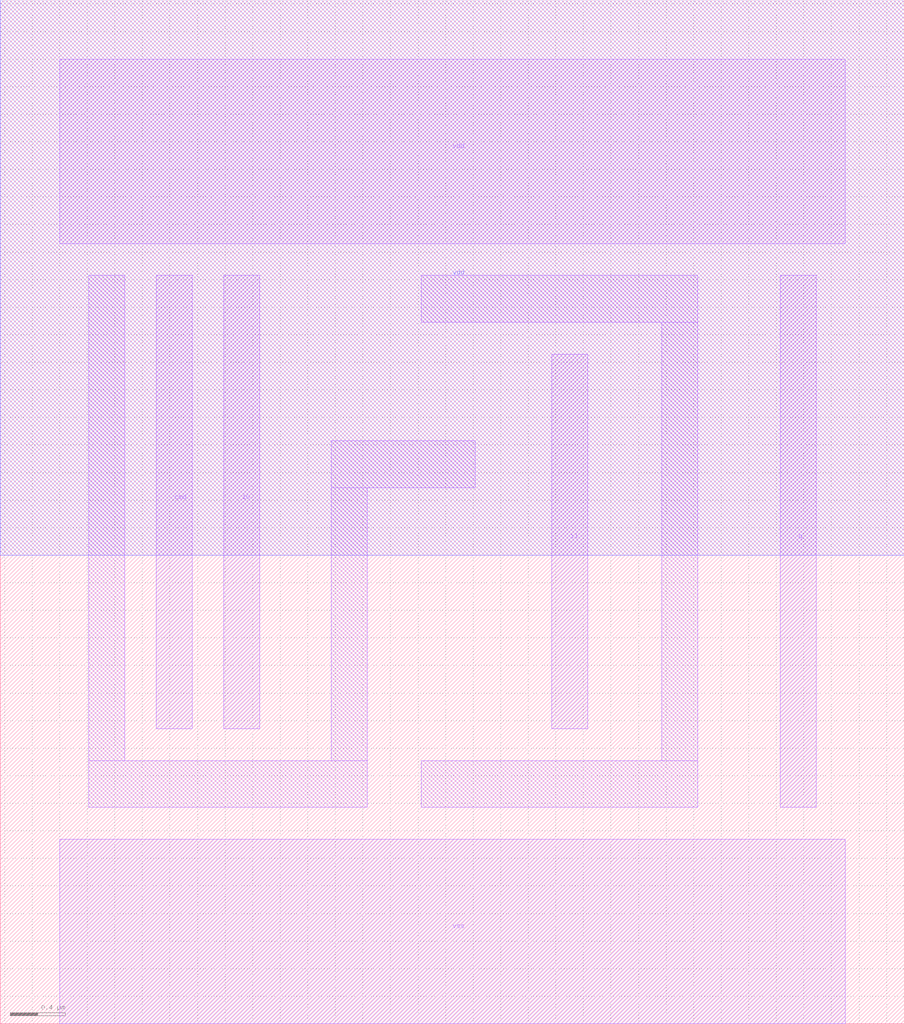
<source format=lef>
VERSION 5.7 ;
  NOWIREEXTENSIONATPIN ON ;
  DIVIDERCHAR "/" ;
  BUSBITCHARS "[]" ;
MACRO mux2_x1
  CLASS BLOCK ;
  FOREIGN mux2_x1 ;
  ORIGIN 0.430 0.000 ;
  SIZE 6.560 BY 7.430 ;
  PIN vdd
    ANTENNADIFFAREA 3.295400 ;
    PORT
      LAYER Nwell ;
        RECT -0.430 3.400 6.130 7.430 ;
      LAYER Metal1 ;
        RECT 0.000 5.660 5.700 7.000 ;
    END
  END vdd
  PIN vss
    ANTENNADIFFAREA 3.207400 ;
    PORT
      LAYER Metal1 ;
        RECT 0.000 0.000 5.700 1.340 ;
    END
  END vss
  PIN cmd
    ANTENNAGATEAREA 0.985600 ;
    PORT
      LAYER Metal1 ;
        RECT 0.700 2.140 0.960 5.430 ;
    END
  END cmd
  PIN i0
    ANTENNAGATEAREA 0.492800 ;
    PORT
      LAYER Metal1 ;
        RECT 1.190 2.140 1.450 5.430 ;
    END
  END i0
  PIN i1
    ANTENNAGATEAREA 0.492800 ;
    PORT
      LAYER Metal1 ;
        RECT 3.570 2.140 3.830 4.860 ;
    END
  END i1
  PIN q
    ANTENNADIFFAREA 1.157200 ;
    PORT
      LAYER Metal1 ;
        RECT 5.230 1.570 5.490 5.430 ;
    END
  END q
  OBS
      LAYER Metal1 ;
        RECT 0.210 1.910 0.470 5.430 ;
        RECT 2.625 5.090 4.630 5.430 ;
        RECT 1.970 3.890 3.015 4.230 ;
        RECT 1.970 1.910 2.230 3.890 ;
        RECT 4.370 1.910 4.630 5.090 ;
        RECT 0.210 1.570 2.230 1.910 ;
        RECT 2.625 1.570 4.630 1.910 ;
  END
END mux2_x1
END LIBRARY


</source>
